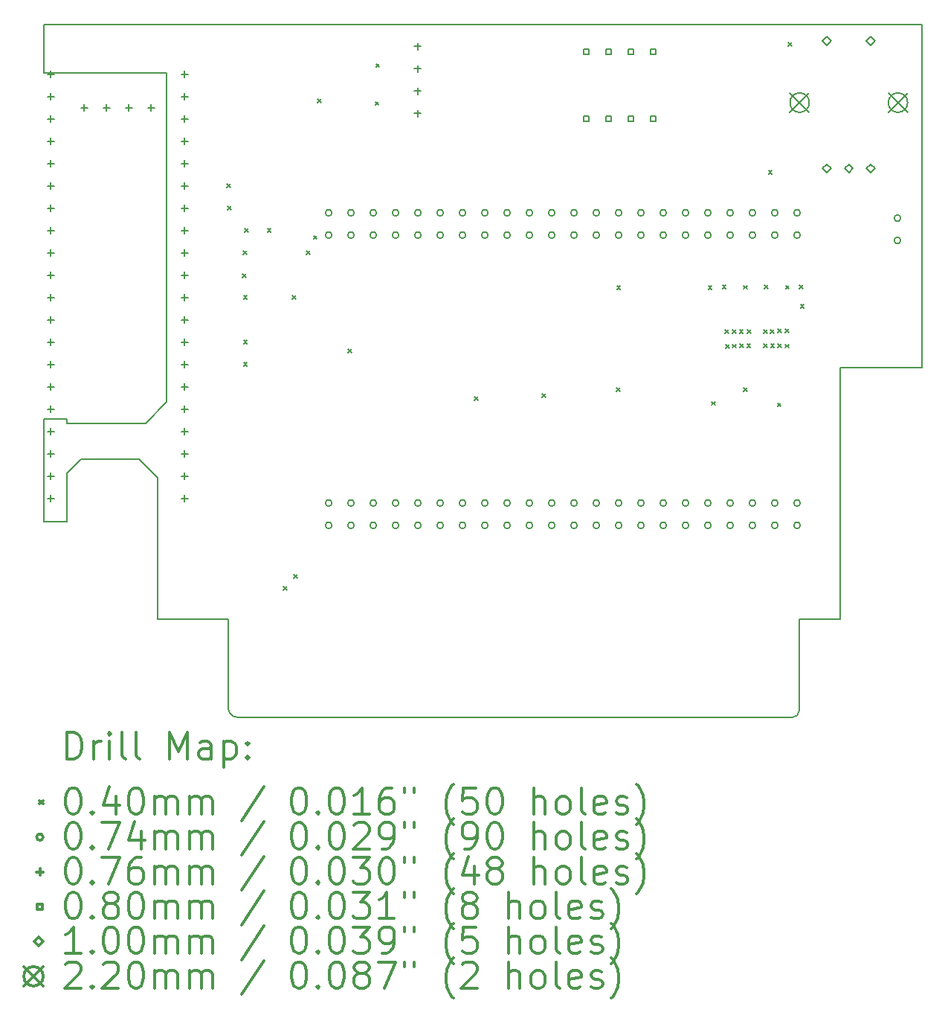
<source format=gbr>
%FSLAX45Y45*%
G04 Gerber Fmt 4.5, Leading zero omitted, Abs format (unit mm)*
G04 Created by KiCad (PCBNEW 4.0.4-stable) date 01/09/17 01:48:18*
%MOMM*%
%LPD*%
G01*
G04 APERTURE LIST*
%ADD10C,0.127000*%
%ADD11C,0.150000*%
%ADD12C,0.200000*%
%ADD13C,0.300000*%
G04 APERTURE END LIST*
D10*
D11*
X17907000Y-11379200D02*
G75*
G03X17983200Y-11303000I0J76200D01*
G01*
X11480800Y-11269980D02*
G75*
G03X11584940Y-11379200I106680J-2540D01*
G01*
X10782300Y-7795260D02*
X10543540Y-8036560D01*
X10678160Y-8656320D02*
X10678160Y-8658860D01*
X10464800Y-8442960D02*
X10678100Y-8656320D01*
X9644380Y-8608060D02*
X9806940Y-8442960D01*
X10678100Y-8656320D02*
X10678100Y-10261600D01*
X9806940Y-8442960D02*
X10464800Y-8442960D01*
X9644380Y-9156700D02*
X9644380Y-8608060D01*
X18450560Y-7399020D02*
X19380200Y-7399020D01*
X18450560Y-10261600D02*
X18450560Y-7399020D01*
X9380500Y-4051300D02*
X9380500Y-3500000D01*
X10782300Y-4051300D02*
X9380500Y-4051300D01*
X9380500Y-9156700D02*
X9644380Y-9156700D01*
X9380500Y-7988300D02*
X9380500Y-9156700D01*
X9644380Y-8036560D02*
X10543540Y-8036560D01*
X9644380Y-7988300D02*
X9644380Y-8036560D01*
X9380500Y-7988300D02*
X9644380Y-7988300D01*
X10782300Y-4051300D02*
X10782300Y-7795260D01*
X19380200Y-3500000D02*
X9380500Y-3500000D01*
X19380200Y-7399020D02*
X19380200Y-3500000D01*
X17983200Y-10261600D02*
X18450560Y-10261600D01*
X17983200Y-11303000D02*
X17983200Y-10261600D01*
X11607800Y-11379200D02*
X17907000Y-11379200D01*
X11584940Y-11379200D02*
X11607800Y-11379200D01*
X11480800Y-10261600D02*
X11480800Y-11269900D01*
X10678100Y-10261600D02*
X11480800Y-10261600D01*
D12*
X11467150Y-5311460D02*
X11507150Y-5351460D01*
X11507150Y-5311460D02*
X11467150Y-5351460D01*
X11476040Y-5568000D02*
X11516040Y-5608000D01*
X11516040Y-5568000D02*
X11476040Y-5608000D01*
X11642410Y-6338890D02*
X11682410Y-6378890D01*
X11682410Y-6338890D02*
X11642410Y-6378890D01*
X11653840Y-6073460D02*
X11693840Y-6113460D01*
X11693840Y-6073460D02*
X11653840Y-6113460D01*
X11656000Y-6584000D02*
X11696000Y-6624000D01*
X11696000Y-6584000D02*
X11656000Y-6624000D01*
X11656000Y-7092000D02*
X11696000Y-7132000D01*
X11696000Y-7092000D02*
X11656000Y-7132000D01*
X11656000Y-7346000D02*
X11696000Y-7386000D01*
X11696000Y-7346000D02*
X11656000Y-7386000D01*
X11667810Y-5822000D02*
X11707810Y-5862000D01*
X11707810Y-5822000D02*
X11667810Y-5862000D01*
X11926000Y-5822000D02*
X11966000Y-5862000D01*
X11966000Y-5822000D02*
X11926000Y-5862000D01*
X12111040Y-9891080D02*
X12151040Y-9931080D01*
X12151040Y-9891080D02*
X12111040Y-9931080D01*
X12212640Y-6584000D02*
X12252640Y-6624000D01*
X12252640Y-6584000D02*
X12212640Y-6624000D01*
X12227880Y-9753920D02*
X12267880Y-9793920D01*
X12267880Y-9753920D02*
X12227880Y-9793920D01*
X12370120Y-6076000D02*
X12410120Y-6116000D01*
X12410120Y-6076000D02*
X12370120Y-6116000D01*
X12451400Y-5900740D02*
X12491400Y-5940740D01*
X12491400Y-5900740D02*
X12451400Y-5940740D01*
X12497120Y-4346260D02*
X12537120Y-4386260D01*
X12537120Y-4346260D02*
X12497120Y-4386260D01*
X12842560Y-7193600D02*
X12882560Y-7233600D01*
X12882560Y-7193600D02*
X12842560Y-7233600D01*
X13154980Y-4376740D02*
X13194980Y-4416740D01*
X13194980Y-4376740D02*
X13154980Y-4416740D01*
X13162900Y-3944300D02*
X13202900Y-3984300D01*
X13202900Y-3944300D02*
X13162900Y-3984300D01*
X14285280Y-7732080D02*
X14325280Y-7772080D01*
X14325280Y-7732080D02*
X14285280Y-7772080D01*
X15052360Y-7699060D02*
X15092360Y-7739060D01*
X15092360Y-7699060D02*
X15052360Y-7739060D01*
X15903260Y-7633020D02*
X15943260Y-7673020D01*
X15943260Y-7633020D02*
X15903260Y-7673020D01*
X15905800Y-6470970D02*
X15945800Y-6510970D01*
X15945800Y-6470970D02*
X15905800Y-6510970D01*
X16948470Y-6473510D02*
X16988470Y-6513510D01*
X16988470Y-6473510D02*
X16948470Y-6513510D01*
X16982760Y-7787960D02*
X17022760Y-7827960D01*
X17022760Y-7787960D02*
X16982760Y-7827960D01*
X17108490Y-6463350D02*
X17148490Y-6503350D01*
X17148490Y-6463350D02*
X17108490Y-6503350D01*
X17137700Y-6971350D02*
X17177700Y-7011350D01*
X17177700Y-6971350D02*
X17137700Y-7011350D01*
X17144050Y-7138990D02*
X17184050Y-7178990D01*
X17184050Y-7138990D02*
X17144050Y-7178990D01*
X17220250Y-6971350D02*
X17260250Y-7011350D01*
X17260250Y-6971350D02*
X17220250Y-7011350D01*
X17225330Y-7136450D02*
X17265330Y-7176450D01*
X17265330Y-7136450D02*
X17225330Y-7176450D01*
X17302800Y-6971350D02*
X17342800Y-7011350D01*
X17342800Y-6971350D02*
X17302800Y-7011350D01*
X17306610Y-7130100D02*
X17346610Y-7170100D01*
X17346610Y-7130100D02*
X17306610Y-7170100D01*
X17347250Y-6467160D02*
X17387250Y-6507160D01*
X17387250Y-6467160D02*
X17347250Y-6507160D01*
X17347250Y-7633020D02*
X17387250Y-7673020D01*
X17387250Y-7633020D02*
X17347250Y-7673020D01*
X17386620Y-7133910D02*
X17426620Y-7173910D01*
X17426620Y-7133910D02*
X17386620Y-7173910D01*
X17391700Y-6971350D02*
X17431700Y-7011350D01*
X17431700Y-6971350D02*
X17391700Y-7011350D01*
X17575850Y-6971350D02*
X17615850Y-7011350D01*
X17615850Y-6971350D02*
X17575850Y-7011350D01*
X17577120Y-7132640D02*
X17617120Y-7172640D01*
X17617120Y-7132640D02*
X17577120Y-7172640D01*
X17588550Y-6465890D02*
X17628550Y-6505890D01*
X17628550Y-6465890D02*
X17588550Y-6505890D01*
X17633000Y-5161600D02*
X17673000Y-5201600D01*
X17673000Y-5161600D02*
X17633000Y-5201600D01*
X17657130Y-6968810D02*
X17697130Y-7008810D01*
X17697130Y-6968810D02*
X17657130Y-7008810D01*
X17658400Y-7132640D02*
X17698400Y-7172640D01*
X17698400Y-7132640D02*
X17658400Y-7172640D01*
X17734600Y-7805740D02*
X17774600Y-7845740D01*
X17774600Y-7805740D02*
X17734600Y-7845740D01*
X17739680Y-7133910D02*
X17779680Y-7173910D01*
X17779680Y-7133910D02*
X17739680Y-7173910D01*
X17740950Y-6965000D02*
X17780950Y-7005000D01*
X17780950Y-6965000D02*
X17740950Y-7005000D01*
X17823500Y-6965000D02*
X17863500Y-7005000D01*
X17863500Y-6965000D02*
X17823500Y-7005000D01*
X17824770Y-7136450D02*
X17864770Y-7176450D01*
X17864770Y-7136450D02*
X17824770Y-7176450D01*
X17828580Y-6467160D02*
X17868580Y-6507160D01*
X17868580Y-6467160D02*
X17828580Y-6507160D01*
X17859060Y-3701100D02*
X17899060Y-3741100D01*
X17899060Y-3701100D02*
X17859060Y-3741100D01*
X17987330Y-6464620D02*
X18027330Y-6504620D01*
X18027330Y-6464620D02*
X17987330Y-6504620D01*
X17996220Y-6683060D02*
X18036220Y-6723060D01*
X18036220Y-6683060D02*
X17996220Y-6723060D01*
X12660800Y-5638800D02*
G75*
G03X12660800Y-5638800I-37000J0D01*
G01*
X12660800Y-5892800D02*
G75*
G03X12660800Y-5892800I-37000J0D01*
G01*
X12660800Y-8940800D02*
G75*
G03X12660800Y-8940800I-37000J0D01*
G01*
X12660800Y-9194800D02*
G75*
G03X12660800Y-9194800I-37000J0D01*
G01*
X12914800Y-5638800D02*
G75*
G03X12914800Y-5638800I-37000J0D01*
G01*
X12914800Y-5892800D02*
G75*
G03X12914800Y-5892800I-37000J0D01*
G01*
X12914800Y-8940800D02*
G75*
G03X12914800Y-8940800I-37000J0D01*
G01*
X12914800Y-9194800D02*
G75*
G03X12914800Y-9194800I-37000J0D01*
G01*
X13168800Y-5638800D02*
G75*
G03X13168800Y-5638800I-37000J0D01*
G01*
X13168800Y-5892800D02*
G75*
G03X13168800Y-5892800I-37000J0D01*
G01*
X13168800Y-8940800D02*
G75*
G03X13168800Y-8940800I-37000J0D01*
G01*
X13168800Y-9194800D02*
G75*
G03X13168800Y-9194800I-37000J0D01*
G01*
X13422800Y-5638800D02*
G75*
G03X13422800Y-5638800I-37000J0D01*
G01*
X13422800Y-5892800D02*
G75*
G03X13422800Y-5892800I-37000J0D01*
G01*
X13422800Y-8940800D02*
G75*
G03X13422800Y-8940800I-37000J0D01*
G01*
X13422800Y-9194800D02*
G75*
G03X13422800Y-9194800I-37000J0D01*
G01*
X13676800Y-5638800D02*
G75*
G03X13676800Y-5638800I-37000J0D01*
G01*
X13676800Y-5892800D02*
G75*
G03X13676800Y-5892800I-37000J0D01*
G01*
X13676800Y-8940800D02*
G75*
G03X13676800Y-8940800I-37000J0D01*
G01*
X13676800Y-9194800D02*
G75*
G03X13676800Y-9194800I-37000J0D01*
G01*
X13930800Y-5638800D02*
G75*
G03X13930800Y-5638800I-37000J0D01*
G01*
X13930800Y-5892800D02*
G75*
G03X13930800Y-5892800I-37000J0D01*
G01*
X13930800Y-8940800D02*
G75*
G03X13930800Y-8940800I-37000J0D01*
G01*
X13930800Y-9194800D02*
G75*
G03X13930800Y-9194800I-37000J0D01*
G01*
X14184800Y-5638800D02*
G75*
G03X14184800Y-5638800I-37000J0D01*
G01*
X14184800Y-5892800D02*
G75*
G03X14184800Y-5892800I-37000J0D01*
G01*
X14184800Y-8940800D02*
G75*
G03X14184800Y-8940800I-37000J0D01*
G01*
X14184800Y-9194800D02*
G75*
G03X14184800Y-9194800I-37000J0D01*
G01*
X14438800Y-5638800D02*
G75*
G03X14438800Y-5638800I-37000J0D01*
G01*
X14438800Y-5892800D02*
G75*
G03X14438800Y-5892800I-37000J0D01*
G01*
X14438800Y-8940800D02*
G75*
G03X14438800Y-8940800I-37000J0D01*
G01*
X14438800Y-9194800D02*
G75*
G03X14438800Y-9194800I-37000J0D01*
G01*
X14692800Y-5638800D02*
G75*
G03X14692800Y-5638800I-37000J0D01*
G01*
X14692800Y-5892800D02*
G75*
G03X14692800Y-5892800I-37000J0D01*
G01*
X14692800Y-8940800D02*
G75*
G03X14692800Y-8940800I-37000J0D01*
G01*
X14692800Y-9194800D02*
G75*
G03X14692800Y-9194800I-37000J0D01*
G01*
X14946800Y-5638800D02*
G75*
G03X14946800Y-5638800I-37000J0D01*
G01*
X14946800Y-5892800D02*
G75*
G03X14946800Y-5892800I-37000J0D01*
G01*
X14946800Y-8940800D02*
G75*
G03X14946800Y-8940800I-37000J0D01*
G01*
X14946800Y-9194800D02*
G75*
G03X14946800Y-9194800I-37000J0D01*
G01*
X15200800Y-5638800D02*
G75*
G03X15200800Y-5638800I-37000J0D01*
G01*
X15200800Y-5892800D02*
G75*
G03X15200800Y-5892800I-37000J0D01*
G01*
X15200800Y-8940800D02*
G75*
G03X15200800Y-8940800I-37000J0D01*
G01*
X15200800Y-9194800D02*
G75*
G03X15200800Y-9194800I-37000J0D01*
G01*
X15454800Y-5638800D02*
G75*
G03X15454800Y-5638800I-37000J0D01*
G01*
X15454800Y-5892800D02*
G75*
G03X15454800Y-5892800I-37000J0D01*
G01*
X15454800Y-8940800D02*
G75*
G03X15454800Y-8940800I-37000J0D01*
G01*
X15454800Y-9194800D02*
G75*
G03X15454800Y-9194800I-37000J0D01*
G01*
X15708800Y-5638800D02*
G75*
G03X15708800Y-5638800I-37000J0D01*
G01*
X15708800Y-5892800D02*
G75*
G03X15708800Y-5892800I-37000J0D01*
G01*
X15708800Y-8940800D02*
G75*
G03X15708800Y-8940800I-37000J0D01*
G01*
X15708800Y-9194800D02*
G75*
G03X15708800Y-9194800I-37000J0D01*
G01*
X15962800Y-5638800D02*
G75*
G03X15962800Y-5638800I-37000J0D01*
G01*
X15962800Y-5892800D02*
G75*
G03X15962800Y-5892800I-37000J0D01*
G01*
X15962800Y-8940800D02*
G75*
G03X15962800Y-8940800I-37000J0D01*
G01*
X15962800Y-9194800D02*
G75*
G03X15962800Y-9194800I-37000J0D01*
G01*
X16216800Y-5638800D02*
G75*
G03X16216800Y-5638800I-37000J0D01*
G01*
X16216800Y-5892800D02*
G75*
G03X16216800Y-5892800I-37000J0D01*
G01*
X16216800Y-8940800D02*
G75*
G03X16216800Y-8940800I-37000J0D01*
G01*
X16216800Y-9194800D02*
G75*
G03X16216800Y-9194800I-37000J0D01*
G01*
X16470800Y-5638800D02*
G75*
G03X16470800Y-5638800I-37000J0D01*
G01*
X16470800Y-5892800D02*
G75*
G03X16470800Y-5892800I-37000J0D01*
G01*
X16470800Y-8940800D02*
G75*
G03X16470800Y-8940800I-37000J0D01*
G01*
X16470800Y-9194800D02*
G75*
G03X16470800Y-9194800I-37000J0D01*
G01*
X16724800Y-5638800D02*
G75*
G03X16724800Y-5638800I-37000J0D01*
G01*
X16724800Y-5892800D02*
G75*
G03X16724800Y-5892800I-37000J0D01*
G01*
X16724800Y-8940800D02*
G75*
G03X16724800Y-8940800I-37000J0D01*
G01*
X16724800Y-9194800D02*
G75*
G03X16724800Y-9194800I-37000J0D01*
G01*
X16978800Y-5638800D02*
G75*
G03X16978800Y-5638800I-37000J0D01*
G01*
X16978800Y-5892800D02*
G75*
G03X16978800Y-5892800I-37000J0D01*
G01*
X16978800Y-8940800D02*
G75*
G03X16978800Y-8940800I-37000J0D01*
G01*
X16978800Y-9194800D02*
G75*
G03X16978800Y-9194800I-37000J0D01*
G01*
X17232800Y-5638800D02*
G75*
G03X17232800Y-5638800I-37000J0D01*
G01*
X17232800Y-5892800D02*
G75*
G03X17232800Y-5892800I-37000J0D01*
G01*
X17232800Y-8940800D02*
G75*
G03X17232800Y-8940800I-37000J0D01*
G01*
X17232800Y-9194800D02*
G75*
G03X17232800Y-9194800I-37000J0D01*
G01*
X17486800Y-5638800D02*
G75*
G03X17486800Y-5638800I-37000J0D01*
G01*
X17486800Y-5892800D02*
G75*
G03X17486800Y-5892800I-37000J0D01*
G01*
X17486800Y-8940800D02*
G75*
G03X17486800Y-8940800I-37000J0D01*
G01*
X17486800Y-9194800D02*
G75*
G03X17486800Y-9194800I-37000J0D01*
G01*
X17740800Y-5638800D02*
G75*
G03X17740800Y-5638800I-37000J0D01*
G01*
X17740800Y-5892800D02*
G75*
G03X17740800Y-5892800I-37000J0D01*
G01*
X17740800Y-8940800D02*
G75*
G03X17740800Y-8940800I-37000J0D01*
G01*
X17740800Y-9194800D02*
G75*
G03X17740800Y-9194800I-37000J0D01*
G01*
X17994800Y-5638800D02*
G75*
G03X17994800Y-5638800I-37000J0D01*
G01*
X17994800Y-5892800D02*
G75*
G03X17994800Y-5892800I-37000J0D01*
G01*
X17994800Y-8940800D02*
G75*
G03X17994800Y-8940800I-37000J0D01*
G01*
X17994800Y-9194800D02*
G75*
G03X17994800Y-9194800I-37000J0D01*
G01*
X19137800Y-5702300D02*
G75*
G03X19137800Y-5702300I-37000J0D01*
G01*
X19137800Y-5956300D02*
G75*
G03X19137800Y-5956300I-37000J0D01*
G01*
X9461500Y-4025900D02*
X9461500Y-4102100D01*
X9423400Y-4064000D02*
X9499600Y-4064000D01*
X9461500Y-4279900D02*
X9461500Y-4356100D01*
X9423400Y-4318000D02*
X9499600Y-4318000D01*
X9461500Y-4533900D02*
X9461500Y-4610100D01*
X9423400Y-4572000D02*
X9499600Y-4572000D01*
X9461500Y-4787900D02*
X9461500Y-4864100D01*
X9423400Y-4826000D02*
X9499600Y-4826000D01*
X9461500Y-5041900D02*
X9461500Y-5118100D01*
X9423400Y-5080000D02*
X9499600Y-5080000D01*
X9461500Y-5295900D02*
X9461500Y-5372100D01*
X9423400Y-5334000D02*
X9499600Y-5334000D01*
X9461500Y-5549900D02*
X9461500Y-5626100D01*
X9423400Y-5588000D02*
X9499600Y-5588000D01*
X9461500Y-5803900D02*
X9461500Y-5880100D01*
X9423400Y-5842000D02*
X9499600Y-5842000D01*
X9461500Y-6057900D02*
X9461500Y-6134100D01*
X9423400Y-6096000D02*
X9499600Y-6096000D01*
X9461500Y-6311900D02*
X9461500Y-6388100D01*
X9423400Y-6350000D02*
X9499600Y-6350000D01*
X9461500Y-6565900D02*
X9461500Y-6642100D01*
X9423400Y-6604000D02*
X9499600Y-6604000D01*
X9461500Y-6819900D02*
X9461500Y-6896100D01*
X9423400Y-6858000D02*
X9499600Y-6858000D01*
X9461500Y-7073900D02*
X9461500Y-7150100D01*
X9423400Y-7112000D02*
X9499600Y-7112000D01*
X9461500Y-7327900D02*
X9461500Y-7404100D01*
X9423400Y-7366000D02*
X9499600Y-7366000D01*
X9461500Y-7581900D02*
X9461500Y-7658100D01*
X9423400Y-7620000D02*
X9499600Y-7620000D01*
X9461500Y-7835900D02*
X9461500Y-7912100D01*
X9423400Y-7874000D02*
X9499600Y-7874000D01*
X9461500Y-8089900D02*
X9461500Y-8166100D01*
X9423400Y-8128000D02*
X9499600Y-8128000D01*
X9461500Y-8343900D02*
X9461500Y-8420100D01*
X9423400Y-8382000D02*
X9499600Y-8382000D01*
X9461500Y-8597900D02*
X9461500Y-8674100D01*
X9423400Y-8636000D02*
X9499600Y-8636000D01*
X9461500Y-8851900D02*
X9461500Y-8928100D01*
X9423400Y-8890000D02*
X9499600Y-8890000D01*
X9842500Y-4406900D02*
X9842500Y-4483100D01*
X9804400Y-4445000D02*
X9880600Y-4445000D01*
X10096500Y-4406900D02*
X10096500Y-4483100D01*
X10058400Y-4445000D02*
X10134600Y-4445000D01*
X10350500Y-4406900D02*
X10350500Y-4483100D01*
X10312400Y-4445000D02*
X10388600Y-4445000D01*
X10604500Y-4406900D02*
X10604500Y-4483100D01*
X10566400Y-4445000D02*
X10642600Y-4445000D01*
X10985500Y-4025900D02*
X10985500Y-4102100D01*
X10947400Y-4064000D02*
X11023600Y-4064000D01*
X10985500Y-4279900D02*
X10985500Y-4356100D01*
X10947400Y-4318000D02*
X11023600Y-4318000D01*
X10985500Y-4533900D02*
X10985500Y-4610100D01*
X10947400Y-4572000D02*
X11023600Y-4572000D01*
X10985500Y-4787900D02*
X10985500Y-4864100D01*
X10947400Y-4826000D02*
X11023600Y-4826000D01*
X10985500Y-5041900D02*
X10985500Y-5118100D01*
X10947400Y-5080000D02*
X11023600Y-5080000D01*
X10985500Y-5295900D02*
X10985500Y-5372100D01*
X10947400Y-5334000D02*
X11023600Y-5334000D01*
X10985500Y-5549900D02*
X10985500Y-5626100D01*
X10947400Y-5588000D02*
X11023600Y-5588000D01*
X10985500Y-5803900D02*
X10985500Y-5880100D01*
X10947400Y-5842000D02*
X11023600Y-5842000D01*
X10985500Y-6057900D02*
X10985500Y-6134100D01*
X10947400Y-6096000D02*
X11023600Y-6096000D01*
X10985500Y-6311900D02*
X10985500Y-6388100D01*
X10947400Y-6350000D02*
X11023600Y-6350000D01*
X10985500Y-6565900D02*
X10985500Y-6642100D01*
X10947400Y-6604000D02*
X11023600Y-6604000D01*
X10985500Y-6819900D02*
X10985500Y-6896100D01*
X10947400Y-6858000D02*
X11023600Y-6858000D01*
X10985500Y-7073900D02*
X10985500Y-7150100D01*
X10947400Y-7112000D02*
X11023600Y-7112000D01*
X10985500Y-7327900D02*
X10985500Y-7404100D01*
X10947400Y-7366000D02*
X11023600Y-7366000D01*
X10985500Y-7581900D02*
X10985500Y-7658100D01*
X10947400Y-7620000D02*
X11023600Y-7620000D01*
X10985500Y-7835900D02*
X10985500Y-7912100D01*
X10947400Y-7874000D02*
X11023600Y-7874000D01*
X10985500Y-8089900D02*
X10985500Y-8166100D01*
X10947400Y-8128000D02*
X11023600Y-8128000D01*
X10985500Y-8343900D02*
X10985500Y-8420100D01*
X10947400Y-8382000D02*
X11023600Y-8382000D01*
X10985500Y-8597900D02*
X10985500Y-8674100D01*
X10947400Y-8636000D02*
X11023600Y-8636000D01*
X10985500Y-8851900D02*
X10985500Y-8928100D01*
X10947400Y-8890000D02*
X11023600Y-8890000D01*
X13639800Y-3708400D02*
X13639800Y-3784600D01*
X13601700Y-3746500D02*
X13677900Y-3746500D01*
X13639800Y-3962400D02*
X13639800Y-4038600D01*
X13601700Y-4000500D02*
X13677900Y-4000500D01*
X13639800Y-4216400D02*
X13639800Y-4292600D01*
X13601700Y-4254500D02*
X13677900Y-4254500D01*
X13639800Y-4470400D02*
X13639800Y-4546600D01*
X13601700Y-4508500D02*
X13677900Y-4508500D01*
X15585784Y-3838284D02*
X15585784Y-3781715D01*
X15529215Y-3781715D01*
X15529215Y-3838284D01*
X15585784Y-3838284D01*
X15585784Y-4600285D02*
X15585784Y-4543716D01*
X15529215Y-4543716D01*
X15529215Y-4600285D01*
X15585784Y-4600285D01*
X15839784Y-3838284D02*
X15839784Y-3781715D01*
X15783215Y-3781715D01*
X15783215Y-3838284D01*
X15839784Y-3838284D01*
X15839784Y-4600285D02*
X15839784Y-4543716D01*
X15783215Y-4543716D01*
X15783215Y-4600285D01*
X15839784Y-4600285D01*
X16093784Y-3838284D02*
X16093784Y-3781715D01*
X16037215Y-3781715D01*
X16037215Y-3838284D01*
X16093784Y-3838284D01*
X16093784Y-4600285D02*
X16093784Y-4543716D01*
X16037215Y-4543716D01*
X16037215Y-4600285D01*
X16093784Y-4600285D01*
X16347784Y-3838284D02*
X16347784Y-3781715D01*
X16291215Y-3781715D01*
X16291215Y-3838284D01*
X16347784Y-3838284D01*
X16347784Y-4600285D02*
X16347784Y-4543716D01*
X16291215Y-4543716D01*
X16291215Y-4600285D01*
X16347784Y-4600285D01*
X18297080Y-3736580D02*
X18347080Y-3686580D01*
X18297080Y-3636580D01*
X18247080Y-3686580D01*
X18297080Y-3736580D01*
X18297080Y-5186580D02*
X18347080Y-5136580D01*
X18297080Y-5086580D01*
X18247080Y-5136580D01*
X18297080Y-5186580D01*
X18547080Y-5186580D02*
X18597080Y-5136580D01*
X18547080Y-5086580D01*
X18497080Y-5136580D01*
X18547080Y-5186580D01*
X18797080Y-3736580D02*
X18847080Y-3686580D01*
X18797080Y-3636580D01*
X18747080Y-3686580D01*
X18797080Y-3736580D01*
X18797080Y-5186580D02*
X18847080Y-5136580D01*
X18797080Y-5086580D01*
X18747080Y-5136580D01*
X18797080Y-5186580D01*
X17877080Y-4276580D02*
X18097080Y-4496580D01*
X18097080Y-4276580D02*
X17877080Y-4496580D01*
X18097080Y-4386580D02*
G75*
G03X18097080Y-4386580I-110000J0D01*
G01*
X18997080Y-4276580D02*
X19217080Y-4496580D01*
X19217080Y-4276580D02*
X18997080Y-4496580D01*
X19217080Y-4386580D02*
G75*
G03X19217080Y-4386580I-110000J0D01*
G01*
D13*
X9644429Y-11852414D02*
X9644429Y-11552414D01*
X9715857Y-11552414D01*
X9758714Y-11566700D01*
X9787286Y-11595271D01*
X9801571Y-11623843D01*
X9815857Y-11680986D01*
X9815857Y-11723843D01*
X9801571Y-11780986D01*
X9787286Y-11809557D01*
X9758714Y-11838129D01*
X9715857Y-11852414D01*
X9644429Y-11852414D01*
X9944429Y-11852414D02*
X9944429Y-11652414D01*
X9944429Y-11709557D02*
X9958714Y-11680986D01*
X9973000Y-11666700D01*
X10001571Y-11652414D01*
X10030143Y-11652414D01*
X10130143Y-11852414D02*
X10130143Y-11652414D01*
X10130143Y-11552414D02*
X10115857Y-11566700D01*
X10130143Y-11580986D01*
X10144429Y-11566700D01*
X10130143Y-11552414D01*
X10130143Y-11580986D01*
X10315857Y-11852414D02*
X10287286Y-11838129D01*
X10273000Y-11809557D01*
X10273000Y-11552414D01*
X10473000Y-11852414D02*
X10444429Y-11838129D01*
X10430143Y-11809557D01*
X10430143Y-11552414D01*
X10815857Y-11852414D02*
X10815857Y-11552414D01*
X10915857Y-11766700D01*
X11015857Y-11552414D01*
X11015857Y-11852414D01*
X11287286Y-11852414D02*
X11287286Y-11695271D01*
X11273000Y-11666700D01*
X11244428Y-11652414D01*
X11187286Y-11652414D01*
X11158714Y-11666700D01*
X11287286Y-11838129D02*
X11258714Y-11852414D01*
X11187286Y-11852414D01*
X11158714Y-11838129D01*
X11144429Y-11809557D01*
X11144429Y-11780986D01*
X11158714Y-11752414D01*
X11187286Y-11738129D01*
X11258714Y-11738129D01*
X11287286Y-11723843D01*
X11430143Y-11652414D02*
X11430143Y-11952414D01*
X11430143Y-11666700D02*
X11458714Y-11652414D01*
X11515857Y-11652414D01*
X11544428Y-11666700D01*
X11558714Y-11680986D01*
X11573000Y-11709557D01*
X11573000Y-11795271D01*
X11558714Y-11823843D01*
X11544428Y-11838129D01*
X11515857Y-11852414D01*
X11458714Y-11852414D01*
X11430143Y-11838129D01*
X11701571Y-11823843D02*
X11715857Y-11838129D01*
X11701571Y-11852414D01*
X11687286Y-11838129D01*
X11701571Y-11823843D01*
X11701571Y-11852414D01*
X11701571Y-11666700D02*
X11715857Y-11680986D01*
X11701571Y-11695271D01*
X11687286Y-11680986D01*
X11701571Y-11666700D01*
X11701571Y-11695271D01*
X9333000Y-12326700D02*
X9373000Y-12366700D01*
X9373000Y-12326700D02*
X9333000Y-12366700D01*
X9701571Y-12182414D02*
X9730143Y-12182414D01*
X9758714Y-12196700D01*
X9773000Y-12210986D01*
X9787286Y-12239557D01*
X9801571Y-12296700D01*
X9801571Y-12368129D01*
X9787286Y-12425271D01*
X9773000Y-12453843D01*
X9758714Y-12468129D01*
X9730143Y-12482414D01*
X9701571Y-12482414D01*
X9673000Y-12468129D01*
X9658714Y-12453843D01*
X9644429Y-12425271D01*
X9630143Y-12368129D01*
X9630143Y-12296700D01*
X9644429Y-12239557D01*
X9658714Y-12210986D01*
X9673000Y-12196700D01*
X9701571Y-12182414D01*
X9930143Y-12453843D02*
X9944429Y-12468129D01*
X9930143Y-12482414D01*
X9915857Y-12468129D01*
X9930143Y-12453843D01*
X9930143Y-12482414D01*
X10201571Y-12282414D02*
X10201571Y-12482414D01*
X10130143Y-12168129D02*
X10058714Y-12382414D01*
X10244428Y-12382414D01*
X10415857Y-12182414D02*
X10444429Y-12182414D01*
X10473000Y-12196700D01*
X10487286Y-12210986D01*
X10501571Y-12239557D01*
X10515857Y-12296700D01*
X10515857Y-12368129D01*
X10501571Y-12425271D01*
X10487286Y-12453843D01*
X10473000Y-12468129D01*
X10444429Y-12482414D01*
X10415857Y-12482414D01*
X10387286Y-12468129D01*
X10373000Y-12453843D01*
X10358714Y-12425271D01*
X10344429Y-12368129D01*
X10344429Y-12296700D01*
X10358714Y-12239557D01*
X10373000Y-12210986D01*
X10387286Y-12196700D01*
X10415857Y-12182414D01*
X10644429Y-12482414D02*
X10644429Y-12282414D01*
X10644429Y-12310986D02*
X10658714Y-12296700D01*
X10687286Y-12282414D01*
X10730143Y-12282414D01*
X10758714Y-12296700D01*
X10773000Y-12325271D01*
X10773000Y-12482414D01*
X10773000Y-12325271D02*
X10787286Y-12296700D01*
X10815857Y-12282414D01*
X10858714Y-12282414D01*
X10887286Y-12296700D01*
X10901571Y-12325271D01*
X10901571Y-12482414D01*
X11044429Y-12482414D02*
X11044429Y-12282414D01*
X11044429Y-12310986D02*
X11058714Y-12296700D01*
X11087286Y-12282414D01*
X11130143Y-12282414D01*
X11158714Y-12296700D01*
X11173000Y-12325271D01*
X11173000Y-12482414D01*
X11173000Y-12325271D02*
X11187286Y-12296700D01*
X11215857Y-12282414D01*
X11258714Y-12282414D01*
X11287286Y-12296700D01*
X11301571Y-12325271D01*
X11301571Y-12482414D01*
X11887286Y-12168129D02*
X11630143Y-12553843D01*
X12273000Y-12182414D02*
X12301571Y-12182414D01*
X12330143Y-12196700D01*
X12344428Y-12210986D01*
X12358714Y-12239557D01*
X12373000Y-12296700D01*
X12373000Y-12368129D01*
X12358714Y-12425271D01*
X12344428Y-12453843D01*
X12330143Y-12468129D01*
X12301571Y-12482414D01*
X12273000Y-12482414D01*
X12244428Y-12468129D01*
X12230143Y-12453843D01*
X12215857Y-12425271D01*
X12201571Y-12368129D01*
X12201571Y-12296700D01*
X12215857Y-12239557D01*
X12230143Y-12210986D01*
X12244428Y-12196700D01*
X12273000Y-12182414D01*
X12501571Y-12453843D02*
X12515857Y-12468129D01*
X12501571Y-12482414D01*
X12487286Y-12468129D01*
X12501571Y-12453843D01*
X12501571Y-12482414D01*
X12701571Y-12182414D02*
X12730143Y-12182414D01*
X12758714Y-12196700D01*
X12773000Y-12210986D01*
X12787285Y-12239557D01*
X12801571Y-12296700D01*
X12801571Y-12368129D01*
X12787285Y-12425271D01*
X12773000Y-12453843D01*
X12758714Y-12468129D01*
X12730143Y-12482414D01*
X12701571Y-12482414D01*
X12673000Y-12468129D01*
X12658714Y-12453843D01*
X12644428Y-12425271D01*
X12630143Y-12368129D01*
X12630143Y-12296700D01*
X12644428Y-12239557D01*
X12658714Y-12210986D01*
X12673000Y-12196700D01*
X12701571Y-12182414D01*
X13087285Y-12482414D02*
X12915857Y-12482414D01*
X13001571Y-12482414D02*
X13001571Y-12182414D01*
X12973000Y-12225271D01*
X12944428Y-12253843D01*
X12915857Y-12268129D01*
X13344428Y-12182414D02*
X13287285Y-12182414D01*
X13258714Y-12196700D01*
X13244428Y-12210986D01*
X13215857Y-12253843D01*
X13201571Y-12310986D01*
X13201571Y-12425271D01*
X13215857Y-12453843D01*
X13230143Y-12468129D01*
X13258714Y-12482414D01*
X13315857Y-12482414D01*
X13344428Y-12468129D01*
X13358714Y-12453843D01*
X13373000Y-12425271D01*
X13373000Y-12353843D01*
X13358714Y-12325271D01*
X13344428Y-12310986D01*
X13315857Y-12296700D01*
X13258714Y-12296700D01*
X13230143Y-12310986D01*
X13215857Y-12325271D01*
X13201571Y-12353843D01*
X13487286Y-12182414D02*
X13487286Y-12239557D01*
X13601571Y-12182414D02*
X13601571Y-12239557D01*
X14044428Y-12596700D02*
X14030143Y-12582414D01*
X14001571Y-12539557D01*
X13987285Y-12510986D01*
X13973000Y-12468129D01*
X13958714Y-12396700D01*
X13958714Y-12339557D01*
X13973000Y-12268129D01*
X13987285Y-12225271D01*
X14001571Y-12196700D01*
X14030143Y-12153843D01*
X14044428Y-12139557D01*
X14301571Y-12182414D02*
X14158714Y-12182414D01*
X14144428Y-12325271D01*
X14158714Y-12310986D01*
X14187285Y-12296700D01*
X14258714Y-12296700D01*
X14287285Y-12310986D01*
X14301571Y-12325271D01*
X14315857Y-12353843D01*
X14315857Y-12425271D01*
X14301571Y-12453843D01*
X14287285Y-12468129D01*
X14258714Y-12482414D01*
X14187285Y-12482414D01*
X14158714Y-12468129D01*
X14144428Y-12453843D01*
X14501571Y-12182414D02*
X14530143Y-12182414D01*
X14558714Y-12196700D01*
X14573000Y-12210986D01*
X14587285Y-12239557D01*
X14601571Y-12296700D01*
X14601571Y-12368129D01*
X14587285Y-12425271D01*
X14573000Y-12453843D01*
X14558714Y-12468129D01*
X14530143Y-12482414D01*
X14501571Y-12482414D01*
X14473000Y-12468129D01*
X14458714Y-12453843D01*
X14444428Y-12425271D01*
X14430143Y-12368129D01*
X14430143Y-12296700D01*
X14444428Y-12239557D01*
X14458714Y-12210986D01*
X14473000Y-12196700D01*
X14501571Y-12182414D01*
X14958714Y-12482414D02*
X14958714Y-12182414D01*
X15087285Y-12482414D02*
X15087285Y-12325271D01*
X15073000Y-12296700D01*
X15044428Y-12282414D01*
X15001571Y-12282414D01*
X14973000Y-12296700D01*
X14958714Y-12310986D01*
X15273000Y-12482414D02*
X15244428Y-12468129D01*
X15230143Y-12453843D01*
X15215857Y-12425271D01*
X15215857Y-12339557D01*
X15230143Y-12310986D01*
X15244428Y-12296700D01*
X15273000Y-12282414D01*
X15315857Y-12282414D01*
X15344428Y-12296700D01*
X15358714Y-12310986D01*
X15373000Y-12339557D01*
X15373000Y-12425271D01*
X15358714Y-12453843D01*
X15344428Y-12468129D01*
X15315857Y-12482414D01*
X15273000Y-12482414D01*
X15544428Y-12482414D02*
X15515857Y-12468129D01*
X15501571Y-12439557D01*
X15501571Y-12182414D01*
X15773000Y-12468129D02*
X15744428Y-12482414D01*
X15687286Y-12482414D01*
X15658714Y-12468129D01*
X15644428Y-12439557D01*
X15644428Y-12325271D01*
X15658714Y-12296700D01*
X15687286Y-12282414D01*
X15744428Y-12282414D01*
X15773000Y-12296700D01*
X15787286Y-12325271D01*
X15787286Y-12353843D01*
X15644428Y-12382414D01*
X15901571Y-12468129D02*
X15930143Y-12482414D01*
X15987286Y-12482414D01*
X16015857Y-12468129D01*
X16030143Y-12439557D01*
X16030143Y-12425271D01*
X16015857Y-12396700D01*
X15987286Y-12382414D01*
X15944428Y-12382414D01*
X15915857Y-12368129D01*
X15901571Y-12339557D01*
X15901571Y-12325271D01*
X15915857Y-12296700D01*
X15944428Y-12282414D01*
X15987286Y-12282414D01*
X16015857Y-12296700D01*
X16130143Y-12596700D02*
X16144428Y-12582414D01*
X16173000Y-12539557D01*
X16187286Y-12510986D01*
X16201571Y-12468129D01*
X16215857Y-12396700D01*
X16215857Y-12339557D01*
X16201571Y-12268129D01*
X16187286Y-12225271D01*
X16173000Y-12196700D01*
X16144428Y-12153843D01*
X16130143Y-12139557D01*
X9373000Y-12742700D02*
G75*
G03X9373000Y-12742700I-37000J0D01*
G01*
X9701571Y-12578414D02*
X9730143Y-12578414D01*
X9758714Y-12592700D01*
X9773000Y-12606986D01*
X9787286Y-12635557D01*
X9801571Y-12692700D01*
X9801571Y-12764129D01*
X9787286Y-12821271D01*
X9773000Y-12849843D01*
X9758714Y-12864129D01*
X9730143Y-12878414D01*
X9701571Y-12878414D01*
X9673000Y-12864129D01*
X9658714Y-12849843D01*
X9644429Y-12821271D01*
X9630143Y-12764129D01*
X9630143Y-12692700D01*
X9644429Y-12635557D01*
X9658714Y-12606986D01*
X9673000Y-12592700D01*
X9701571Y-12578414D01*
X9930143Y-12849843D02*
X9944429Y-12864129D01*
X9930143Y-12878414D01*
X9915857Y-12864129D01*
X9930143Y-12849843D01*
X9930143Y-12878414D01*
X10044428Y-12578414D02*
X10244428Y-12578414D01*
X10115857Y-12878414D01*
X10487286Y-12678414D02*
X10487286Y-12878414D01*
X10415857Y-12564129D02*
X10344429Y-12778414D01*
X10530143Y-12778414D01*
X10644429Y-12878414D02*
X10644429Y-12678414D01*
X10644429Y-12706986D02*
X10658714Y-12692700D01*
X10687286Y-12678414D01*
X10730143Y-12678414D01*
X10758714Y-12692700D01*
X10773000Y-12721271D01*
X10773000Y-12878414D01*
X10773000Y-12721271D02*
X10787286Y-12692700D01*
X10815857Y-12678414D01*
X10858714Y-12678414D01*
X10887286Y-12692700D01*
X10901571Y-12721271D01*
X10901571Y-12878414D01*
X11044429Y-12878414D02*
X11044429Y-12678414D01*
X11044429Y-12706986D02*
X11058714Y-12692700D01*
X11087286Y-12678414D01*
X11130143Y-12678414D01*
X11158714Y-12692700D01*
X11173000Y-12721271D01*
X11173000Y-12878414D01*
X11173000Y-12721271D02*
X11187286Y-12692700D01*
X11215857Y-12678414D01*
X11258714Y-12678414D01*
X11287286Y-12692700D01*
X11301571Y-12721271D01*
X11301571Y-12878414D01*
X11887286Y-12564129D02*
X11630143Y-12949843D01*
X12273000Y-12578414D02*
X12301571Y-12578414D01*
X12330143Y-12592700D01*
X12344428Y-12606986D01*
X12358714Y-12635557D01*
X12373000Y-12692700D01*
X12373000Y-12764129D01*
X12358714Y-12821271D01*
X12344428Y-12849843D01*
X12330143Y-12864129D01*
X12301571Y-12878414D01*
X12273000Y-12878414D01*
X12244428Y-12864129D01*
X12230143Y-12849843D01*
X12215857Y-12821271D01*
X12201571Y-12764129D01*
X12201571Y-12692700D01*
X12215857Y-12635557D01*
X12230143Y-12606986D01*
X12244428Y-12592700D01*
X12273000Y-12578414D01*
X12501571Y-12849843D02*
X12515857Y-12864129D01*
X12501571Y-12878414D01*
X12487286Y-12864129D01*
X12501571Y-12849843D01*
X12501571Y-12878414D01*
X12701571Y-12578414D02*
X12730143Y-12578414D01*
X12758714Y-12592700D01*
X12773000Y-12606986D01*
X12787285Y-12635557D01*
X12801571Y-12692700D01*
X12801571Y-12764129D01*
X12787285Y-12821271D01*
X12773000Y-12849843D01*
X12758714Y-12864129D01*
X12730143Y-12878414D01*
X12701571Y-12878414D01*
X12673000Y-12864129D01*
X12658714Y-12849843D01*
X12644428Y-12821271D01*
X12630143Y-12764129D01*
X12630143Y-12692700D01*
X12644428Y-12635557D01*
X12658714Y-12606986D01*
X12673000Y-12592700D01*
X12701571Y-12578414D01*
X12915857Y-12606986D02*
X12930143Y-12592700D01*
X12958714Y-12578414D01*
X13030143Y-12578414D01*
X13058714Y-12592700D01*
X13073000Y-12606986D01*
X13087285Y-12635557D01*
X13087285Y-12664129D01*
X13073000Y-12706986D01*
X12901571Y-12878414D01*
X13087285Y-12878414D01*
X13230143Y-12878414D02*
X13287285Y-12878414D01*
X13315857Y-12864129D01*
X13330143Y-12849843D01*
X13358714Y-12806986D01*
X13373000Y-12749843D01*
X13373000Y-12635557D01*
X13358714Y-12606986D01*
X13344428Y-12592700D01*
X13315857Y-12578414D01*
X13258714Y-12578414D01*
X13230143Y-12592700D01*
X13215857Y-12606986D01*
X13201571Y-12635557D01*
X13201571Y-12706986D01*
X13215857Y-12735557D01*
X13230143Y-12749843D01*
X13258714Y-12764129D01*
X13315857Y-12764129D01*
X13344428Y-12749843D01*
X13358714Y-12735557D01*
X13373000Y-12706986D01*
X13487286Y-12578414D02*
X13487286Y-12635557D01*
X13601571Y-12578414D02*
X13601571Y-12635557D01*
X14044428Y-12992700D02*
X14030143Y-12978414D01*
X14001571Y-12935557D01*
X13987285Y-12906986D01*
X13973000Y-12864129D01*
X13958714Y-12792700D01*
X13958714Y-12735557D01*
X13973000Y-12664129D01*
X13987285Y-12621271D01*
X14001571Y-12592700D01*
X14030143Y-12549843D01*
X14044428Y-12535557D01*
X14173000Y-12878414D02*
X14230143Y-12878414D01*
X14258714Y-12864129D01*
X14273000Y-12849843D01*
X14301571Y-12806986D01*
X14315857Y-12749843D01*
X14315857Y-12635557D01*
X14301571Y-12606986D01*
X14287285Y-12592700D01*
X14258714Y-12578414D01*
X14201571Y-12578414D01*
X14173000Y-12592700D01*
X14158714Y-12606986D01*
X14144428Y-12635557D01*
X14144428Y-12706986D01*
X14158714Y-12735557D01*
X14173000Y-12749843D01*
X14201571Y-12764129D01*
X14258714Y-12764129D01*
X14287285Y-12749843D01*
X14301571Y-12735557D01*
X14315857Y-12706986D01*
X14501571Y-12578414D02*
X14530143Y-12578414D01*
X14558714Y-12592700D01*
X14573000Y-12606986D01*
X14587285Y-12635557D01*
X14601571Y-12692700D01*
X14601571Y-12764129D01*
X14587285Y-12821271D01*
X14573000Y-12849843D01*
X14558714Y-12864129D01*
X14530143Y-12878414D01*
X14501571Y-12878414D01*
X14473000Y-12864129D01*
X14458714Y-12849843D01*
X14444428Y-12821271D01*
X14430143Y-12764129D01*
X14430143Y-12692700D01*
X14444428Y-12635557D01*
X14458714Y-12606986D01*
X14473000Y-12592700D01*
X14501571Y-12578414D01*
X14958714Y-12878414D02*
X14958714Y-12578414D01*
X15087285Y-12878414D02*
X15087285Y-12721271D01*
X15073000Y-12692700D01*
X15044428Y-12678414D01*
X15001571Y-12678414D01*
X14973000Y-12692700D01*
X14958714Y-12706986D01*
X15273000Y-12878414D02*
X15244428Y-12864129D01*
X15230143Y-12849843D01*
X15215857Y-12821271D01*
X15215857Y-12735557D01*
X15230143Y-12706986D01*
X15244428Y-12692700D01*
X15273000Y-12678414D01*
X15315857Y-12678414D01*
X15344428Y-12692700D01*
X15358714Y-12706986D01*
X15373000Y-12735557D01*
X15373000Y-12821271D01*
X15358714Y-12849843D01*
X15344428Y-12864129D01*
X15315857Y-12878414D01*
X15273000Y-12878414D01*
X15544428Y-12878414D02*
X15515857Y-12864129D01*
X15501571Y-12835557D01*
X15501571Y-12578414D01*
X15773000Y-12864129D02*
X15744428Y-12878414D01*
X15687286Y-12878414D01*
X15658714Y-12864129D01*
X15644428Y-12835557D01*
X15644428Y-12721271D01*
X15658714Y-12692700D01*
X15687286Y-12678414D01*
X15744428Y-12678414D01*
X15773000Y-12692700D01*
X15787286Y-12721271D01*
X15787286Y-12749843D01*
X15644428Y-12778414D01*
X15901571Y-12864129D02*
X15930143Y-12878414D01*
X15987286Y-12878414D01*
X16015857Y-12864129D01*
X16030143Y-12835557D01*
X16030143Y-12821271D01*
X16015857Y-12792700D01*
X15987286Y-12778414D01*
X15944428Y-12778414D01*
X15915857Y-12764129D01*
X15901571Y-12735557D01*
X15901571Y-12721271D01*
X15915857Y-12692700D01*
X15944428Y-12678414D01*
X15987286Y-12678414D01*
X16015857Y-12692700D01*
X16130143Y-12992700D02*
X16144428Y-12978414D01*
X16173000Y-12935557D01*
X16187286Y-12906986D01*
X16201571Y-12864129D01*
X16215857Y-12792700D01*
X16215857Y-12735557D01*
X16201571Y-12664129D01*
X16187286Y-12621271D01*
X16173000Y-12592700D01*
X16144428Y-12549843D01*
X16130143Y-12535557D01*
X9334900Y-13100600D02*
X9334900Y-13176800D01*
X9296800Y-13138700D02*
X9373000Y-13138700D01*
X9701571Y-12974414D02*
X9730143Y-12974414D01*
X9758714Y-12988700D01*
X9773000Y-13002986D01*
X9787286Y-13031557D01*
X9801571Y-13088700D01*
X9801571Y-13160129D01*
X9787286Y-13217271D01*
X9773000Y-13245843D01*
X9758714Y-13260129D01*
X9730143Y-13274414D01*
X9701571Y-13274414D01*
X9673000Y-13260129D01*
X9658714Y-13245843D01*
X9644429Y-13217271D01*
X9630143Y-13160129D01*
X9630143Y-13088700D01*
X9644429Y-13031557D01*
X9658714Y-13002986D01*
X9673000Y-12988700D01*
X9701571Y-12974414D01*
X9930143Y-13245843D02*
X9944429Y-13260129D01*
X9930143Y-13274414D01*
X9915857Y-13260129D01*
X9930143Y-13245843D01*
X9930143Y-13274414D01*
X10044428Y-12974414D02*
X10244428Y-12974414D01*
X10115857Y-13274414D01*
X10487286Y-12974414D02*
X10430143Y-12974414D01*
X10401571Y-12988700D01*
X10387286Y-13002986D01*
X10358714Y-13045843D01*
X10344429Y-13102986D01*
X10344429Y-13217271D01*
X10358714Y-13245843D01*
X10373000Y-13260129D01*
X10401571Y-13274414D01*
X10458714Y-13274414D01*
X10487286Y-13260129D01*
X10501571Y-13245843D01*
X10515857Y-13217271D01*
X10515857Y-13145843D01*
X10501571Y-13117271D01*
X10487286Y-13102986D01*
X10458714Y-13088700D01*
X10401571Y-13088700D01*
X10373000Y-13102986D01*
X10358714Y-13117271D01*
X10344429Y-13145843D01*
X10644429Y-13274414D02*
X10644429Y-13074414D01*
X10644429Y-13102986D02*
X10658714Y-13088700D01*
X10687286Y-13074414D01*
X10730143Y-13074414D01*
X10758714Y-13088700D01*
X10773000Y-13117271D01*
X10773000Y-13274414D01*
X10773000Y-13117271D02*
X10787286Y-13088700D01*
X10815857Y-13074414D01*
X10858714Y-13074414D01*
X10887286Y-13088700D01*
X10901571Y-13117271D01*
X10901571Y-13274414D01*
X11044429Y-13274414D02*
X11044429Y-13074414D01*
X11044429Y-13102986D02*
X11058714Y-13088700D01*
X11087286Y-13074414D01*
X11130143Y-13074414D01*
X11158714Y-13088700D01*
X11173000Y-13117271D01*
X11173000Y-13274414D01*
X11173000Y-13117271D02*
X11187286Y-13088700D01*
X11215857Y-13074414D01*
X11258714Y-13074414D01*
X11287286Y-13088700D01*
X11301571Y-13117271D01*
X11301571Y-13274414D01*
X11887286Y-12960129D02*
X11630143Y-13345843D01*
X12273000Y-12974414D02*
X12301571Y-12974414D01*
X12330143Y-12988700D01*
X12344428Y-13002986D01*
X12358714Y-13031557D01*
X12373000Y-13088700D01*
X12373000Y-13160129D01*
X12358714Y-13217271D01*
X12344428Y-13245843D01*
X12330143Y-13260129D01*
X12301571Y-13274414D01*
X12273000Y-13274414D01*
X12244428Y-13260129D01*
X12230143Y-13245843D01*
X12215857Y-13217271D01*
X12201571Y-13160129D01*
X12201571Y-13088700D01*
X12215857Y-13031557D01*
X12230143Y-13002986D01*
X12244428Y-12988700D01*
X12273000Y-12974414D01*
X12501571Y-13245843D02*
X12515857Y-13260129D01*
X12501571Y-13274414D01*
X12487286Y-13260129D01*
X12501571Y-13245843D01*
X12501571Y-13274414D01*
X12701571Y-12974414D02*
X12730143Y-12974414D01*
X12758714Y-12988700D01*
X12773000Y-13002986D01*
X12787285Y-13031557D01*
X12801571Y-13088700D01*
X12801571Y-13160129D01*
X12787285Y-13217271D01*
X12773000Y-13245843D01*
X12758714Y-13260129D01*
X12730143Y-13274414D01*
X12701571Y-13274414D01*
X12673000Y-13260129D01*
X12658714Y-13245843D01*
X12644428Y-13217271D01*
X12630143Y-13160129D01*
X12630143Y-13088700D01*
X12644428Y-13031557D01*
X12658714Y-13002986D01*
X12673000Y-12988700D01*
X12701571Y-12974414D01*
X12901571Y-12974414D02*
X13087285Y-12974414D01*
X12987285Y-13088700D01*
X13030143Y-13088700D01*
X13058714Y-13102986D01*
X13073000Y-13117271D01*
X13087285Y-13145843D01*
X13087285Y-13217271D01*
X13073000Y-13245843D01*
X13058714Y-13260129D01*
X13030143Y-13274414D01*
X12944428Y-13274414D01*
X12915857Y-13260129D01*
X12901571Y-13245843D01*
X13273000Y-12974414D02*
X13301571Y-12974414D01*
X13330143Y-12988700D01*
X13344428Y-13002986D01*
X13358714Y-13031557D01*
X13373000Y-13088700D01*
X13373000Y-13160129D01*
X13358714Y-13217271D01*
X13344428Y-13245843D01*
X13330143Y-13260129D01*
X13301571Y-13274414D01*
X13273000Y-13274414D01*
X13244428Y-13260129D01*
X13230143Y-13245843D01*
X13215857Y-13217271D01*
X13201571Y-13160129D01*
X13201571Y-13088700D01*
X13215857Y-13031557D01*
X13230143Y-13002986D01*
X13244428Y-12988700D01*
X13273000Y-12974414D01*
X13487286Y-12974414D02*
X13487286Y-13031557D01*
X13601571Y-12974414D02*
X13601571Y-13031557D01*
X14044428Y-13388700D02*
X14030143Y-13374414D01*
X14001571Y-13331557D01*
X13987285Y-13302986D01*
X13973000Y-13260129D01*
X13958714Y-13188700D01*
X13958714Y-13131557D01*
X13973000Y-13060129D01*
X13987285Y-13017271D01*
X14001571Y-12988700D01*
X14030143Y-12945843D01*
X14044428Y-12931557D01*
X14287285Y-13074414D02*
X14287285Y-13274414D01*
X14215857Y-12960129D02*
X14144428Y-13174414D01*
X14330143Y-13174414D01*
X14487285Y-13102986D02*
X14458714Y-13088700D01*
X14444428Y-13074414D01*
X14430143Y-13045843D01*
X14430143Y-13031557D01*
X14444428Y-13002986D01*
X14458714Y-12988700D01*
X14487285Y-12974414D01*
X14544428Y-12974414D01*
X14573000Y-12988700D01*
X14587285Y-13002986D01*
X14601571Y-13031557D01*
X14601571Y-13045843D01*
X14587285Y-13074414D01*
X14573000Y-13088700D01*
X14544428Y-13102986D01*
X14487285Y-13102986D01*
X14458714Y-13117271D01*
X14444428Y-13131557D01*
X14430143Y-13160129D01*
X14430143Y-13217271D01*
X14444428Y-13245843D01*
X14458714Y-13260129D01*
X14487285Y-13274414D01*
X14544428Y-13274414D01*
X14573000Y-13260129D01*
X14587285Y-13245843D01*
X14601571Y-13217271D01*
X14601571Y-13160129D01*
X14587285Y-13131557D01*
X14573000Y-13117271D01*
X14544428Y-13102986D01*
X14958714Y-13274414D02*
X14958714Y-12974414D01*
X15087285Y-13274414D02*
X15087285Y-13117271D01*
X15073000Y-13088700D01*
X15044428Y-13074414D01*
X15001571Y-13074414D01*
X14973000Y-13088700D01*
X14958714Y-13102986D01*
X15273000Y-13274414D02*
X15244428Y-13260129D01*
X15230143Y-13245843D01*
X15215857Y-13217271D01*
X15215857Y-13131557D01*
X15230143Y-13102986D01*
X15244428Y-13088700D01*
X15273000Y-13074414D01*
X15315857Y-13074414D01*
X15344428Y-13088700D01*
X15358714Y-13102986D01*
X15373000Y-13131557D01*
X15373000Y-13217271D01*
X15358714Y-13245843D01*
X15344428Y-13260129D01*
X15315857Y-13274414D01*
X15273000Y-13274414D01*
X15544428Y-13274414D02*
X15515857Y-13260129D01*
X15501571Y-13231557D01*
X15501571Y-12974414D01*
X15773000Y-13260129D02*
X15744428Y-13274414D01*
X15687286Y-13274414D01*
X15658714Y-13260129D01*
X15644428Y-13231557D01*
X15644428Y-13117271D01*
X15658714Y-13088700D01*
X15687286Y-13074414D01*
X15744428Y-13074414D01*
X15773000Y-13088700D01*
X15787286Y-13117271D01*
X15787286Y-13145843D01*
X15644428Y-13174414D01*
X15901571Y-13260129D02*
X15930143Y-13274414D01*
X15987286Y-13274414D01*
X16015857Y-13260129D01*
X16030143Y-13231557D01*
X16030143Y-13217271D01*
X16015857Y-13188700D01*
X15987286Y-13174414D01*
X15944428Y-13174414D01*
X15915857Y-13160129D01*
X15901571Y-13131557D01*
X15901571Y-13117271D01*
X15915857Y-13088700D01*
X15944428Y-13074414D01*
X15987286Y-13074414D01*
X16015857Y-13088700D01*
X16130143Y-13388700D02*
X16144428Y-13374414D01*
X16173000Y-13331557D01*
X16187286Y-13302986D01*
X16201571Y-13260129D01*
X16215857Y-13188700D01*
X16215857Y-13131557D01*
X16201571Y-13060129D01*
X16187286Y-13017271D01*
X16173000Y-12988700D01*
X16144428Y-12945843D01*
X16130143Y-12931557D01*
X9361284Y-13562985D02*
X9361284Y-13506416D01*
X9304715Y-13506416D01*
X9304715Y-13562985D01*
X9361284Y-13562985D01*
X9701571Y-13370414D02*
X9730143Y-13370414D01*
X9758714Y-13384700D01*
X9773000Y-13398986D01*
X9787286Y-13427557D01*
X9801571Y-13484700D01*
X9801571Y-13556129D01*
X9787286Y-13613271D01*
X9773000Y-13641843D01*
X9758714Y-13656129D01*
X9730143Y-13670414D01*
X9701571Y-13670414D01*
X9673000Y-13656129D01*
X9658714Y-13641843D01*
X9644429Y-13613271D01*
X9630143Y-13556129D01*
X9630143Y-13484700D01*
X9644429Y-13427557D01*
X9658714Y-13398986D01*
X9673000Y-13384700D01*
X9701571Y-13370414D01*
X9930143Y-13641843D02*
X9944429Y-13656129D01*
X9930143Y-13670414D01*
X9915857Y-13656129D01*
X9930143Y-13641843D01*
X9930143Y-13670414D01*
X10115857Y-13498986D02*
X10087286Y-13484700D01*
X10073000Y-13470414D01*
X10058714Y-13441843D01*
X10058714Y-13427557D01*
X10073000Y-13398986D01*
X10087286Y-13384700D01*
X10115857Y-13370414D01*
X10173000Y-13370414D01*
X10201571Y-13384700D01*
X10215857Y-13398986D01*
X10230143Y-13427557D01*
X10230143Y-13441843D01*
X10215857Y-13470414D01*
X10201571Y-13484700D01*
X10173000Y-13498986D01*
X10115857Y-13498986D01*
X10087286Y-13513271D01*
X10073000Y-13527557D01*
X10058714Y-13556129D01*
X10058714Y-13613271D01*
X10073000Y-13641843D01*
X10087286Y-13656129D01*
X10115857Y-13670414D01*
X10173000Y-13670414D01*
X10201571Y-13656129D01*
X10215857Y-13641843D01*
X10230143Y-13613271D01*
X10230143Y-13556129D01*
X10215857Y-13527557D01*
X10201571Y-13513271D01*
X10173000Y-13498986D01*
X10415857Y-13370414D02*
X10444429Y-13370414D01*
X10473000Y-13384700D01*
X10487286Y-13398986D01*
X10501571Y-13427557D01*
X10515857Y-13484700D01*
X10515857Y-13556129D01*
X10501571Y-13613271D01*
X10487286Y-13641843D01*
X10473000Y-13656129D01*
X10444429Y-13670414D01*
X10415857Y-13670414D01*
X10387286Y-13656129D01*
X10373000Y-13641843D01*
X10358714Y-13613271D01*
X10344429Y-13556129D01*
X10344429Y-13484700D01*
X10358714Y-13427557D01*
X10373000Y-13398986D01*
X10387286Y-13384700D01*
X10415857Y-13370414D01*
X10644429Y-13670414D02*
X10644429Y-13470414D01*
X10644429Y-13498986D02*
X10658714Y-13484700D01*
X10687286Y-13470414D01*
X10730143Y-13470414D01*
X10758714Y-13484700D01*
X10773000Y-13513271D01*
X10773000Y-13670414D01*
X10773000Y-13513271D02*
X10787286Y-13484700D01*
X10815857Y-13470414D01*
X10858714Y-13470414D01*
X10887286Y-13484700D01*
X10901571Y-13513271D01*
X10901571Y-13670414D01*
X11044429Y-13670414D02*
X11044429Y-13470414D01*
X11044429Y-13498986D02*
X11058714Y-13484700D01*
X11087286Y-13470414D01*
X11130143Y-13470414D01*
X11158714Y-13484700D01*
X11173000Y-13513271D01*
X11173000Y-13670414D01*
X11173000Y-13513271D02*
X11187286Y-13484700D01*
X11215857Y-13470414D01*
X11258714Y-13470414D01*
X11287286Y-13484700D01*
X11301571Y-13513271D01*
X11301571Y-13670414D01*
X11887286Y-13356129D02*
X11630143Y-13741843D01*
X12273000Y-13370414D02*
X12301571Y-13370414D01*
X12330143Y-13384700D01*
X12344428Y-13398986D01*
X12358714Y-13427557D01*
X12373000Y-13484700D01*
X12373000Y-13556129D01*
X12358714Y-13613271D01*
X12344428Y-13641843D01*
X12330143Y-13656129D01*
X12301571Y-13670414D01*
X12273000Y-13670414D01*
X12244428Y-13656129D01*
X12230143Y-13641843D01*
X12215857Y-13613271D01*
X12201571Y-13556129D01*
X12201571Y-13484700D01*
X12215857Y-13427557D01*
X12230143Y-13398986D01*
X12244428Y-13384700D01*
X12273000Y-13370414D01*
X12501571Y-13641843D02*
X12515857Y-13656129D01*
X12501571Y-13670414D01*
X12487286Y-13656129D01*
X12501571Y-13641843D01*
X12501571Y-13670414D01*
X12701571Y-13370414D02*
X12730143Y-13370414D01*
X12758714Y-13384700D01*
X12773000Y-13398986D01*
X12787285Y-13427557D01*
X12801571Y-13484700D01*
X12801571Y-13556129D01*
X12787285Y-13613271D01*
X12773000Y-13641843D01*
X12758714Y-13656129D01*
X12730143Y-13670414D01*
X12701571Y-13670414D01*
X12673000Y-13656129D01*
X12658714Y-13641843D01*
X12644428Y-13613271D01*
X12630143Y-13556129D01*
X12630143Y-13484700D01*
X12644428Y-13427557D01*
X12658714Y-13398986D01*
X12673000Y-13384700D01*
X12701571Y-13370414D01*
X12901571Y-13370414D02*
X13087285Y-13370414D01*
X12987285Y-13484700D01*
X13030143Y-13484700D01*
X13058714Y-13498986D01*
X13073000Y-13513271D01*
X13087285Y-13541843D01*
X13087285Y-13613271D01*
X13073000Y-13641843D01*
X13058714Y-13656129D01*
X13030143Y-13670414D01*
X12944428Y-13670414D01*
X12915857Y-13656129D01*
X12901571Y-13641843D01*
X13373000Y-13670414D02*
X13201571Y-13670414D01*
X13287285Y-13670414D02*
X13287285Y-13370414D01*
X13258714Y-13413271D01*
X13230143Y-13441843D01*
X13201571Y-13456129D01*
X13487286Y-13370414D02*
X13487286Y-13427557D01*
X13601571Y-13370414D02*
X13601571Y-13427557D01*
X14044428Y-13784700D02*
X14030143Y-13770414D01*
X14001571Y-13727557D01*
X13987285Y-13698986D01*
X13973000Y-13656129D01*
X13958714Y-13584700D01*
X13958714Y-13527557D01*
X13973000Y-13456129D01*
X13987285Y-13413271D01*
X14001571Y-13384700D01*
X14030143Y-13341843D01*
X14044428Y-13327557D01*
X14201571Y-13498986D02*
X14173000Y-13484700D01*
X14158714Y-13470414D01*
X14144428Y-13441843D01*
X14144428Y-13427557D01*
X14158714Y-13398986D01*
X14173000Y-13384700D01*
X14201571Y-13370414D01*
X14258714Y-13370414D01*
X14287285Y-13384700D01*
X14301571Y-13398986D01*
X14315857Y-13427557D01*
X14315857Y-13441843D01*
X14301571Y-13470414D01*
X14287285Y-13484700D01*
X14258714Y-13498986D01*
X14201571Y-13498986D01*
X14173000Y-13513271D01*
X14158714Y-13527557D01*
X14144428Y-13556129D01*
X14144428Y-13613271D01*
X14158714Y-13641843D01*
X14173000Y-13656129D01*
X14201571Y-13670414D01*
X14258714Y-13670414D01*
X14287285Y-13656129D01*
X14301571Y-13641843D01*
X14315857Y-13613271D01*
X14315857Y-13556129D01*
X14301571Y-13527557D01*
X14287285Y-13513271D01*
X14258714Y-13498986D01*
X14673000Y-13670414D02*
X14673000Y-13370414D01*
X14801571Y-13670414D02*
X14801571Y-13513271D01*
X14787285Y-13484700D01*
X14758714Y-13470414D01*
X14715857Y-13470414D01*
X14687285Y-13484700D01*
X14673000Y-13498986D01*
X14987285Y-13670414D02*
X14958714Y-13656129D01*
X14944428Y-13641843D01*
X14930143Y-13613271D01*
X14930143Y-13527557D01*
X14944428Y-13498986D01*
X14958714Y-13484700D01*
X14987285Y-13470414D01*
X15030143Y-13470414D01*
X15058714Y-13484700D01*
X15073000Y-13498986D01*
X15087285Y-13527557D01*
X15087285Y-13613271D01*
X15073000Y-13641843D01*
X15058714Y-13656129D01*
X15030143Y-13670414D01*
X14987285Y-13670414D01*
X15258714Y-13670414D02*
X15230143Y-13656129D01*
X15215857Y-13627557D01*
X15215857Y-13370414D01*
X15487286Y-13656129D02*
X15458714Y-13670414D01*
X15401571Y-13670414D01*
X15373000Y-13656129D01*
X15358714Y-13627557D01*
X15358714Y-13513271D01*
X15373000Y-13484700D01*
X15401571Y-13470414D01*
X15458714Y-13470414D01*
X15487286Y-13484700D01*
X15501571Y-13513271D01*
X15501571Y-13541843D01*
X15358714Y-13570414D01*
X15615857Y-13656129D02*
X15644428Y-13670414D01*
X15701571Y-13670414D01*
X15730143Y-13656129D01*
X15744428Y-13627557D01*
X15744428Y-13613271D01*
X15730143Y-13584700D01*
X15701571Y-13570414D01*
X15658714Y-13570414D01*
X15630143Y-13556129D01*
X15615857Y-13527557D01*
X15615857Y-13513271D01*
X15630143Y-13484700D01*
X15658714Y-13470414D01*
X15701571Y-13470414D01*
X15730143Y-13484700D01*
X15844428Y-13784700D02*
X15858714Y-13770414D01*
X15887286Y-13727557D01*
X15901571Y-13698986D01*
X15915857Y-13656129D01*
X15930143Y-13584700D01*
X15930143Y-13527557D01*
X15915857Y-13456129D01*
X15901571Y-13413271D01*
X15887286Y-13384700D01*
X15858714Y-13341843D01*
X15844428Y-13327557D01*
X9323000Y-13980700D02*
X9373000Y-13930700D01*
X9323000Y-13880700D01*
X9273000Y-13930700D01*
X9323000Y-13980700D01*
X9801571Y-14066414D02*
X9630143Y-14066414D01*
X9715857Y-14066414D02*
X9715857Y-13766414D01*
X9687286Y-13809271D01*
X9658714Y-13837843D01*
X9630143Y-13852129D01*
X9930143Y-14037843D02*
X9944429Y-14052129D01*
X9930143Y-14066414D01*
X9915857Y-14052129D01*
X9930143Y-14037843D01*
X9930143Y-14066414D01*
X10130143Y-13766414D02*
X10158714Y-13766414D01*
X10187286Y-13780700D01*
X10201571Y-13794986D01*
X10215857Y-13823557D01*
X10230143Y-13880700D01*
X10230143Y-13952129D01*
X10215857Y-14009271D01*
X10201571Y-14037843D01*
X10187286Y-14052129D01*
X10158714Y-14066414D01*
X10130143Y-14066414D01*
X10101571Y-14052129D01*
X10087286Y-14037843D01*
X10073000Y-14009271D01*
X10058714Y-13952129D01*
X10058714Y-13880700D01*
X10073000Y-13823557D01*
X10087286Y-13794986D01*
X10101571Y-13780700D01*
X10130143Y-13766414D01*
X10415857Y-13766414D02*
X10444429Y-13766414D01*
X10473000Y-13780700D01*
X10487286Y-13794986D01*
X10501571Y-13823557D01*
X10515857Y-13880700D01*
X10515857Y-13952129D01*
X10501571Y-14009271D01*
X10487286Y-14037843D01*
X10473000Y-14052129D01*
X10444429Y-14066414D01*
X10415857Y-14066414D01*
X10387286Y-14052129D01*
X10373000Y-14037843D01*
X10358714Y-14009271D01*
X10344429Y-13952129D01*
X10344429Y-13880700D01*
X10358714Y-13823557D01*
X10373000Y-13794986D01*
X10387286Y-13780700D01*
X10415857Y-13766414D01*
X10644429Y-14066414D02*
X10644429Y-13866414D01*
X10644429Y-13894986D02*
X10658714Y-13880700D01*
X10687286Y-13866414D01*
X10730143Y-13866414D01*
X10758714Y-13880700D01*
X10773000Y-13909271D01*
X10773000Y-14066414D01*
X10773000Y-13909271D02*
X10787286Y-13880700D01*
X10815857Y-13866414D01*
X10858714Y-13866414D01*
X10887286Y-13880700D01*
X10901571Y-13909271D01*
X10901571Y-14066414D01*
X11044429Y-14066414D02*
X11044429Y-13866414D01*
X11044429Y-13894986D02*
X11058714Y-13880700D01*
X11087286Y-13866414D01*
X11130143Y-13866414D01*
X11158714Y-13880700D01*
X11173000Y-13909271D01*
X11173000Y-14066414D01*
X11173000Y-13909271D02*
X11187286Y-13880700D01*
X11215857Y-13866414D01*
X11258714Y-13866414D01*
X11287286Y-13880700D01*
X11301571Y-13909271D01*
X11301571Y-14066414D01*
X11887286Y-13752129D02*
X11630143Y-14137843D01*
X12273000Y-13766414D02*
X12301571Y-13766414D01*
X12330143Y-13780700D01*
X12344428Y-13794986D01*
X12358714Y-13823557D01*
X12373000Y-13880700D01*
X12373000Y-13952129D01*
X12358714Y-14009271D01*
X12344428Y-14037843D01*
X12330143Y-14052129D01*
X12301571Y-14066414D01*
X12273000Y-14066414D01*
X12244428Y-14052129D01*
X12230143Y-14037843D01*
X12215857Y-14009271D01*
X12201571Y-13952129D01*
X12201571Y-13880700D01*
X12215857Y-13823557D01*
X12230143Y-13794986D01*
X12244428Y-13780700D01*
X12273000Y-13766414D01*
X12501571Y-14037843D02*
X12515857Y-14052129D01*
X12501571Y-14066414D01*
X12487286Y-14052129D01*
X12501571Y-14037843D01*
X12501571Y-14066414D01*
X12701571Y-13766414D02*
X12730143Y-13766414D01*
X12758714Y-13780700D01*
X12773000Y-13794986D01*
X12787285Y-13823557D01*
X12801571Y-13880700D01*
X12801571Y-13952129D01*
X12787285Y-14009271D01*
X12773000Y-14037843D01*
X12758714Y-14052129D01*
X12730143Y-14066414D01*
X12701571Y-14066414D01*
X12673000Y-14052129D01*
X12658714Y-14037843D01*
X12644428Y-14009271D01*
X12630143Y-13952129D01*
X12630143Y-13880700D01*
X12644428Y-13823557D01*
X12658714Y-13794986D01*
X12673000Y-13780700D01*
X12701571Y-13766414D01*
X12901571Y-13766414D02*
X13087285Y-13766414D01*
X12987285Y-13880700D01*
X13030143Y-13880700D01*
X13058714Y-13894986D01*
X13073000Y-13909271D01*
X13087285Y-13937843D01*
X13087285Y-14009271D01*
X13073000Y-14037843D01*
X13058714Y-14052129D01*
X13030143Y-14066414D01*
X12944428Y-14066414D01*
X12915857Y-14052129D01*
X12901571Y-14037843D01*
X13230143Y-14066414D02*
X13287285Y-14066414D01*
X13315857Y-14052129D01*
X13330143Y-14037843D01*
X13358714Y-13994986D01*
X13373000Y-13937843D01*
X13373000Y-13823557D01*
X13358714Y-13794986D01*
X13344428Y-13780700D01*
X13315857Y-13766414D01*
X13258714Y-13766414D01*
X13230143Y-13780700D01*
X13215857Y-13794986D01*
X13201571Y-13823557D01*
X13201571Y-13894986D01*
X13215857Y-13923557D01*
X13230143Y-13937843D01*
X13258714Y-13952129D01*
X13315857Y-13952129D01*
X13344428Y-13937843D01*
X13358714Y-13923557D01*
X13373000Y-13894986D01*
X13487286Y-13766414D02*
X13487286Y-13823557D01*
X13601571Y-13766414D02*
X13601571Y-13823557D01*
X14044428Y-14180700D02*
X14030143Y-14166414D01*
X14001571Y-14123557D01*
X13987285Y-14094986D01*
X13973000Y-14052129D01*
X13958714Y-13980700D01*
X13958714Y-13923557D01*
X13973000Y-13852129D01*
X13987285Y-13809271D01*
X14001571Y-13780700D01*
X14030143Y-13737843D01*
X14044428Y-13723557D01*
X14301571Y-13766414D02*
X14158714Y-13766414D01*
X14144428Y-13909271D01*
X14158714Y-13894986D01*
X14187285Y-13880700D01*
X14258714Y-13880700D01*
X14287285Y-13894986D01*
X14301571Y-13909271D01*
X14315857Y-13937843D01*
X14315857Y-14009271D01*
X14301571Y-14037843D01*
X14287285Y-14052129D01*
X14258714Y-14066414D01*
X14187285Y-14066414D01*
X14158714Y-14052129D01*
X14144428Y-14037843D01*
X14673000Y-14066414D02*
X14673000Y-13766414D01*
X14801571Y-14066414D02*
X14801571Y-13909271D01*
X14787285Y-13880700D01*
X14758714Y-13866414D01*
X14715857Y-13866414D01*
X14687285Y-13880700D01*
X14673000Y-13894986D01*
X14987285Y-14066414D02*
X14958714Y-14052129D01*
X14944428Y-14037843D01*
X14930143Y-14009271D01*
X14930143Y-13923557D01*
X14944428Y-13894986D01*
X14958714Y-13880700D01*
X14987285Y-13866414D01*
X15030143Y-13866414D01*
X15058714Y-13880700D01*
X15073000Y-13894986D01*
X15087285Y-13923557D01*
X15087285Y-14009271D01*
X15073000Y-14037843D01*
X15058714Y-14052129D01*
X15030143Y-14066414D01*
X14987285Y-14066414D01*
X15258714Y-14066414D02*
X15230143Y-14052129D01*
X15215857Y-14023557D01*
X15215857Y-13766414D01*
X15487286Y-14052129D02*
X15458714Y-14066414D01*
X15401571Y-14066414D01*
X15373000Y-14052129D01*
X15358714Y-14023557D01*
X15358714Y-13909271D01*
X15373000Y-13880700D01*
X15401571Y-13866414D01*
X15458714Y-13866414D01*
X15487286Y-13880700D01*
X15501571Y-13909271D01*
X15501571Y-13937843D01*
X15358714Y-13966414D01*
X15615857Y-14052129D02*
X15644428Y-14066414D01*
X15701571Y-14066414D01*
X15730143Y-14052129D01*
X15744428Y-14023557D01*
X15744428Y-14009271D01*
X15730143Y-13980700D01*
X15701571Y-13966414D01*
X15658714Y-13966414D01*
X15630143Y-13952129D01*
X15615857Y-13923557D01*
X15615857Y-13909271D01*
X15630143Y-13880700D01*
X15658714Y-13866414D01*
X15701571Y-13866414D01*
X15730143Y-13880700D01*
X15844428Y-14180700D02*
X15858714Y-14166414D01*
X15887286Y-14123557D01*
X15901571Y-14094986D01*
X15915857Y-14052129D01*
X15930143Y-13980700D01*
X15930143Y-13923557D01*
X15915857Y-13852129D01*
X15901571Y-13809271D01*
X15887286Y-13780700D01*
X15858714Y-13737843D01*
X15844428Y-13723557D01*
X9153000Y-14216700D02*
X9373000Y-14436700D01*
X9373000Y-14216700D02*
X9153000Y-14436700D01*
X9373000Y-14326700D02*
G75*
G03X9373000Y-14326700I-110000J0D01*
G01*
X9630143Y-14190986D02*
X9644429Y-14176700D01*
X9673000Y-14162414D01*
X9744429Y-14162414D01*
X9773000Y-14176700D01*
X9787286Y-14190986D01*
X9801571Y-14219557D01*
X9801571Y-14248129D01*
X9787286Y-14290986D01*
X9615857Y-14462414D01*
X9801571Y-14462414D01*
X9930143Y-14433843D02*
X9944429Y-14448129D01*
X9930143Y-14462414D01*
X9915857Y-14448129D01*
X9930143Y-14433843D01*
X9930143Y-14462414D01*
X10058714Y-14190986D02*
X10073000Y-14176700D01*
X10101571Y-14162414D01*
X10173000Y-14162414D01*
X10201571Y-14176700D01*
X10215857Y-14190986D01*
X10230143Y-14219557D01*
X10230143Y-14248129D01*
X10215857Y-14290986D01*
X10044428Y-14462414D01*
X10230143Y-14462414D01*
X10415857Y-14162414D02*
X10444429Y-14162414D01*
X10473000Y-14176700D01*
X10487286Y-14190986D01*
X10501571Y-14219557D01*
X10515857Y-14276700D01*
X10515857Y-14348129D01*
X10501571Y-14405271D01*
X10487286Y-14433843D01*
X10473000Y-14448129D01*
X10444429Y-14462414D01*
X10415857Y-14462414D01*
X10387286Y-14448129D01*
X10373000Y-14433843D01*
X10358714Y-14405271D01*
X10344429Y-14348129D01*
X10344429Y-14276700D01*
X10358714Y-14219557D01*
X10373000Y-14190986D01*
X10387286Y-14176700D01*
X10415857Y-14162414D01*
X10644429Y-14462414D02*
X10644429Y-14262414D01*
X10644429Y-14290986D02*
X10658714Y-14276700D01*
X10687286Y-14262414D01*
X10730143Y-14262414D01*
X10758714Y-14276700D01*
X10773000Y-14305271D01*
X10773000Y-14462414D01*
X10773000Y-14305271D02*
X10787286Y-14276700D01*
X10815857Y-14262414D01*
X10858714Y-14262414D01*
X10887286Y-14276700D01*
X10901571Y-14305271D01*
X10901571Y-14462414D01*
X11044429Y-14462414D02*
X11044429Y-14262414D01*
X11044429Y-14290986D02*
X11058714Y-14276700D01*
X11087286Y-14262414D01*
X11130143Y-14262414D01*
X11158714Y-14276700D01*
X11173000Y-14305271D01*
X11173000Y-14462414D01*
X11173000Y-14305271D02*
X11187286Y-14276700D01*
X11215857Y-14262414D01*
X11258714Y-14262414D01*
X11287286Y-14276700D01*
X11301571Y-14305271D01*
X11301571Y-14462414D01*
X11887286Y-14148129D02*
X11630143Y-14533843D01*
X12273000Y-14162414D02*
X12301571Y-14162414D01*
X12330143Y-14176700D01*
X12344428Y-14190986D01*
X12358714Y-14219557D01*
X12373000Y-14276700D01*
X12373000Y-14348129D01*
X12358714Y-14405271D01*
X12344428Y-14433843D01*
X12330143Y-14448129D01*
X12301571Y-14462414D01*
X12273000Y-14462414D01*
X12244428Y-14448129D01*
X12230143Y-14433843D01*
X12215857Y-14405271D01*
X12201571Y-14348129D01*
X12201571Y-14276700D01*
X12215857Y-14219557D01*
X12230143Y-14190986D01*
X12244428Y-14176700D01*
X12273000Y-14162414D01*
X12501571Y-14433843D02*
X12515857Y-14448129D01*
X12501571Y-14462414D01*
X12487286Y-14448129D01*
X12501571Y-14433843D01*
X12501571Y-14462414D01*
X12701571Y-14162414D02*
X12730143Y-14162414D01*
X12758714Y-14176700D01*
X12773000Y-14190986D01*
X12787285Y-14219557D01*
X12801571Y-14276700D01*
X12801571Y-14348129D01*
X12787285Y-14405271D01*
X12773000Y-14433843D01*
X12758714Y-14448129D01*
X12730143Y-14462414D01*
X12701571Y-14462414D01*
X12673000Y-14448129D01*
X12658714Y-14433843D01*
X12644428Y-14405271D01*
X12630143Y-14348129D01*
X12630143Y-14276700D01*
X12644428Y-14219557D01*
X12658714Y-14190986D01*
X12673000Y-14176700D01*
X12701571Y-14162414D01*
X12973000Y-14290986D02*
X12944428Y-14276700D01*
X12930143Y-14262414D01*
X12915857Y-14233843D01*
X12915857Y-14219557D01*
X12930143Y-14190986D01*
X12944428Y-14176700D01*
X12973000Y-14162414D01*
X13030143Y-14162414D01*
X13058714Y-14176700D01*
X13073000Y-14190986D01*
X13087285Y-14219557D01*
X13087285Y-14233843D01*
X13073000Y-14262414D01*
X13058714Y-14276700D01*
X13030143Y-14290986D01*
X12973000Y-14290986D01*
X12944428Y-14305271D01*
X12930143Y-14319557D01*
X12915857Y-14348129D01*
X12915857Y-14405271D01*
X12930143Y-14433843D01*
X12944428Y-14448129D01*
X12973000Y-14462414D01*
X13030143Y-14462414D01*
X13058714Y-14448129D01*
X13073000Y-14433843D01*
X13087285Y-14405271D01*
X13087285Y-14348129D01*
X13073000Y-14319557D01*
X13058714Y-14305271D01*
X13030143Y-14290986D01*
X13187285Y-14162414D02*
X13387285Y-14162414D01*
X13258714Y-14462414D01*
X13487286Y-14162414D02*
X13487286Y-14219557D01*
X13601571Y-14162414D02*
X13601571Y-14219557D01*
X14044428Y-14576700D02*
X14030143Y-14562414D01*
X14001571Y-14519557D01*
X13987285Y-14490986D01*
X13973000Y-14448129D01*
X13958714Y-14376700D01*
X13958714Y-14319557D01*
X13973000Y-14248129D01*
X13987285Y-14205271D01*
X14001571Y-14176700D01*
X14030143Y-14133843D01*
X14044428Y-14119557D01*
X14144428Y-14190986D02*
X14158714Y-14176700D01*
X14187285Y-14162414D01*
X14258714Y-14162414D01*
X14287285Y-14176700D01*
X14301571Y-14190986D01*
X14315857Y-14219557D01*
X14315857Y-14248129D01*
X14301571Y-14290986D01*
X14130143Y-14462414D01*
X14315857Y-14462414D01*
X14673000Y-14462414D02*
X14673000Y-14162414D01*
X14801571Y-14462414D02*
X14801571Y-14305271D01*
X14787285Y-14276700D01*
X14758714Y-14262414D01*
X14715857Y-14262414D01*
X14687285Y-14276700D01*
X14673000Y-14290986D01*
X14987285Y-14462414D02*
X14958714Y-14448129D01*
X14944428Y-14433843D01*
X14930143Y-14405271D01*
X14930143Y-14319557D01*
X14944428Y-14290986D01*
X14958714Y-14276700D01*
X14987285Y-14262414D01*
X15030143Y-14262414D01*
X15058714Y-14276700D01*
X15073000Y-14290986D01*
X15087285Y-14319557D01*
X15087285Y-14405271D01*
X15073000Y-14433843D01*
X15058714Y-14448129D01*
X15030143Y-14462414D01*
X14987285Y-14462414D01*
X15258714Y-14462414D02*
X15230143Y-14448129D01*
X15215857Y-14419557D01*
X15215857Y-14162414D01*
X15487286Y-14448129D02*
X15458714Y-14462414D01*
X15401571Y-14462414D01*
X15373000Y-14448129D01*
X15358714Y-14419557D01*
X15358714Y-14305271D01*
X15373000Y-14276700D01*
X15401571Y-14262414D01*
X15458714Y-14262414D01*
X15487286Y-14276700D01*
X15501571Y-14305271D01*
X15501571Y-14333843D01*
X15358714Y-14362414D01*
X15615857Y-14448129D02*
X15644428Y-14462414D01*
X15701571Y-14462414D01*
X15730143Y-14448129D01*
X15744428Y-14419557D01*
X15744428Y-14405271D01*
X15730143Y-14376700D01*
X15701571Y-14362414D01*
X15658714Y-14362414D01*
X15630143Y-14348129D01*
X15615857Y-14319557D01*
X15615857Y-14305271D01*
X15630143Y-14276700D01*
X15658714Y-14262414D01*
X15701571Y-14262414D01*
X15730143Y-14276700D01*
X15844428Y-14576700D02*
X15858714Y-14562414D01*
X15887286Y-14519557D01*
X15901571Y-14490986D01*
X15915857Y-14448129D01*
X15930143Y-14376700D01*
X15930143Y-14319557D01*
X15915857Y-14248129D01*
X15901571Y-14205271D01*
X15887286Y-14176700D01*
X15858714Y-14133843D01*
X15844428Y-14119557D01*
M02*

</source>
